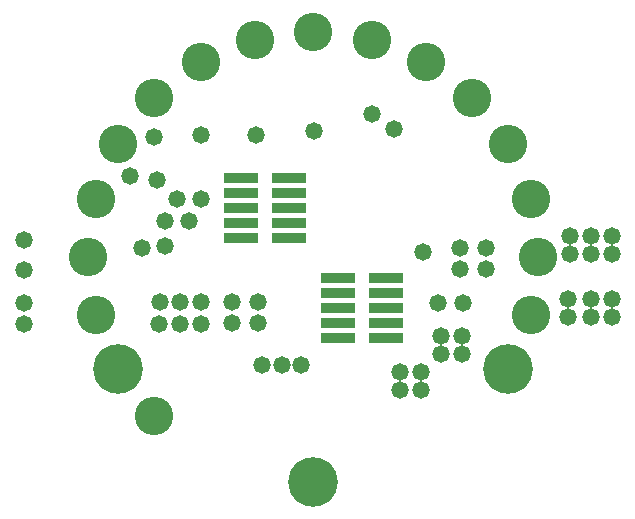
<source format=gbs>
G04*
G04 #@! TF.GenerationSoftware,Altium Limited,Altium Designer,18.1.11 (251)*
G04*
G04 Layer_Color=16711935*
%FSLAX25Y25*%
%MOIN*%
G70*
G01*
G75*
%ADD14C,0.12800*%
%ADD15C,0.05800*%
%ADD16C,0.16548*%
%ADD21R,0.11386X0.03315*%
%ADD22R,0.11386X0.03316*%
D14*
X-75000Y0D02*
D03*
X-72400Y-19400D02*
D03*
X72400D02*
D03*
X75000Y0D02*
D03*
X72400Y19400D02*
D03*
X65000Y37500D02*
D03*
X53000Y53000D02*
D03*
X37500Y64950D02*
D03*
X19400Y72400D02*
D03*
X0Y75000D02*
D03*
X-19400Y72400D02*
D03*
X-37500Y64950D02*
D03*
X-53000Y53000D02*
D03*
X-64950Y37500D02*
D03*
X-72400Y19400D02*
D03*
X-53000Y-53000D02*
D03*
D15*
X19500Y47500D02*
D03*
X36500Y1500D02*
D03*
X57500Y-4000D02*
D03*
X49000D02*
D03*
Y3000D02*
D03*
X26891Y42500D02*
D03*
X157Y42000D02*
D03*
X-19000Y40500D02*
D03*
X-37500D02*
D03*
X-53000Y40000D02*
D03*
X-61000Y27000D02*
D03*
X-52000Y25500D02*
D03*
X99500Y7000D02*
D03*
Y1000D02*
D03*
X85500Y7000D02*
D03*
X92500Y1000D02*
D03*
X85500D02*
D03*
X92500Y7000D02*
D03*
X85000Y-14000D02*
D03*
Y-20000D02*
D03*
X99500Y-14000D02*
D03*
X92500Y-20000D02*
D03*
X99500D02*
D03*
X92500Y-14000D02*
D03*
X49500Y-26500D02*
D03*
X42500Y-32500D02*
D03*
X49500D02*
D03*
X42500Y-26500D02*
D03*
X57500Y3000D02*
D03*
X50000Y-15400D02*
D03*
X41500Y-15492D02*
D03*
X29000Y-38500D02*
D03*
X36000Y-44500D02*
D03*
X29000D02*
D03*
X36000Y-38500D02*
D03*
X-96500Y-22500D02*
D03*
Y-15500D02*
D03*
X-51500Y-22302D02*
D03*
X-51265Y-15000D02*
D03*
X-37500D02*
D03*
Y-22302D02*
D03*
X-27000Y-22092D02*
D03*
X-18500Y-22000D02*
D03*
Y-15000D02*
D03*
X-27000D02*
D03*
X-44500D02*
D03*
Y-22302D02*
D03*
X-96500Y-4500D02*
D03*
Y5500D02*
D03*
X-57000Y3000D02*
D03*
X-49500Y3500D02*
D03*
X-49500Y12000D02*
D03*
X-41500D02*
D03*
X-45500Y19400D02*
D03*
X-37500D02*
D03*
X-4000Y-36000D02*
D03*
X-10500D02*
D03*
X-17000D02*
D03*
D16*
X-64950Y-37500D02*
D03*
X65000D02*
D03*
X0Y-75000D02*
D03*
D21*
X-24012Y6405D02*
D03*
X-8012D02*
D03*
X-24012Y11405D02*
D03*
X-8012D02*
D03*
X-24012Y21406D02*
D03*
X-8012D02*
D03*
X-24012Y26406D02*
D03*
X-8012D02*
D03*
X8312Y-27095D02*
D03*
X24312D02*
D03*
X8312Y-22095D02*
D03*
X24312D02*
D03*
X8312Y-12094D02*
D03*
X24312D02*
D03*
X8312Y-7094D02*
D03*
X24312D02*
D03*
D22*
X-24012Y16406D02*
D03*
X-8012D02*
D03*
X8312Y-17095D02*
D03*
X24312D02*
D03*
M02*

</source>
